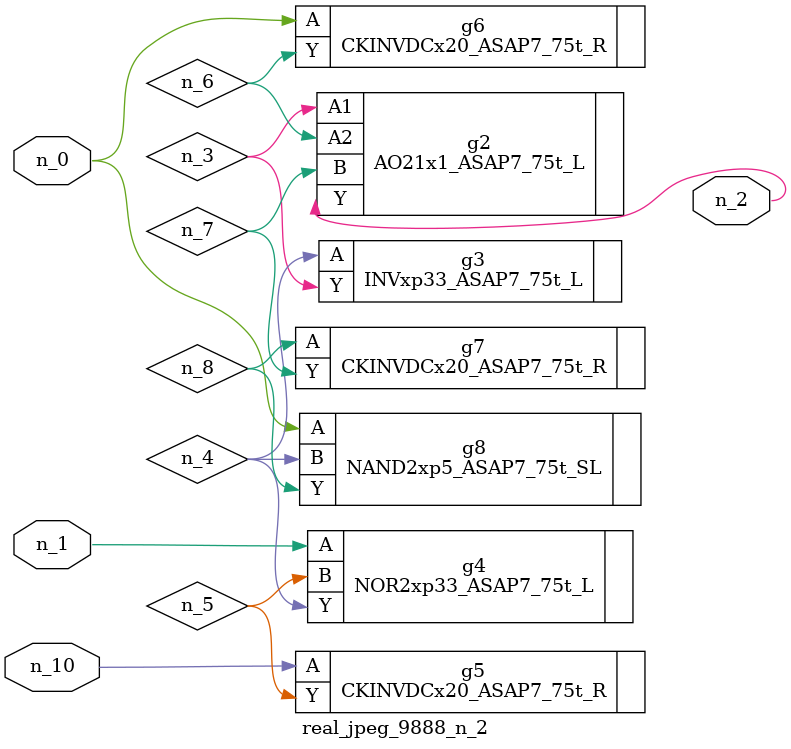
<source format=v>
module real_jpeg_9888_n_2 (n_1, n_10, n_0, n_2);

input n_1;
input n_10;
input n_0;

output n_2;

wire n_5;
wire n_4;
wire n_8;
wire n_6;
wire n_7;
wire n_3;

CKINVDCx20_ASAP7_75t_R g6 ( 
.A(n_0),
.Y(n_6)
);

NAND2xp5_ASAP7_75t_SL g8 ( 
.A(n_0),
.B(n_4),
.Y(n_8)
);

NOR2xp33_ASAP7_75t_L g4 ( 
.A(n_1),
.B(n_5),
.Y(n_4)
);

AO21x1_ASAP7_75t_L g2 ( 
.A1(n_3),
.A2(n_6),
.B(n_7),
.Y(n_2)
);

INVxp33_ASAP7_75t_L g3 ( 
.A(n_4),
.Y(n_3)
);

CKINVDCx20_ASAP7_75t_R g7 ( 
.A(n_8),
.Y(n_7)
);

CKINVDCx20_ASAP7_75t_R g5 ( 
.A(n_10),
.Y(n_5)
);


endmodule
</source>
